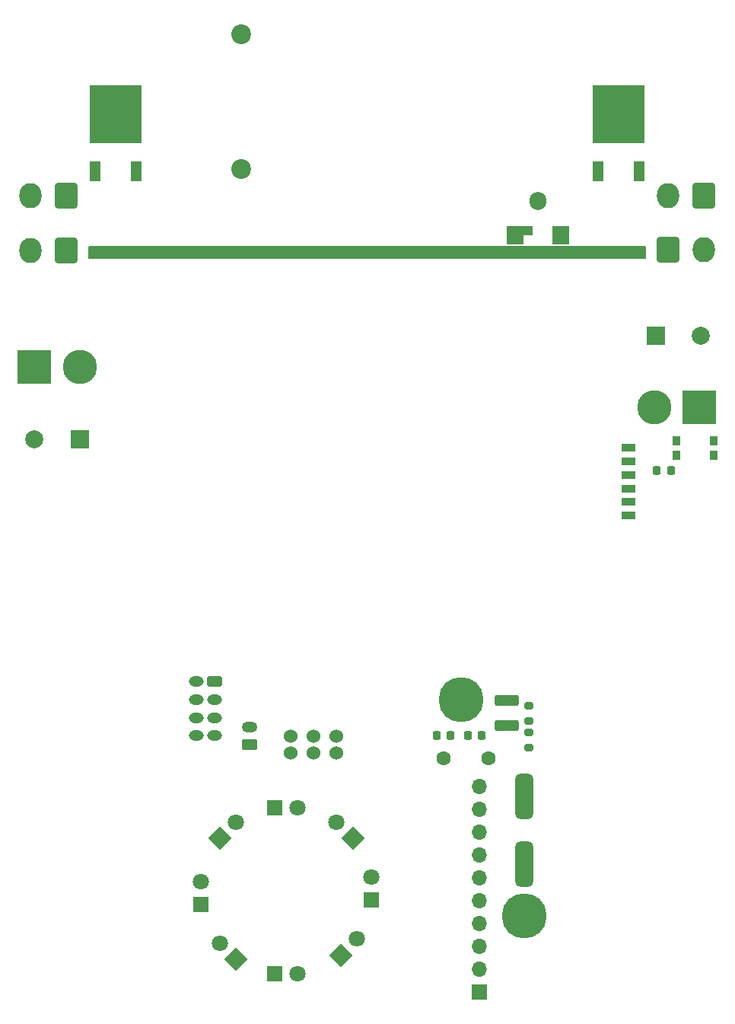
<source format=gbr>
G04 #@! TF.GenerationSoftware,KiCad,Pcbnew,(6.0.8)*
G04 #@! TF.CreationDate,2022-11-30T08:40:48+09:00*
G04 #@! TF.ProjectId,ORION_boost_v3,4f52494f-4e5f-4626-9f6f-73745f76332e,rev?*
G04 #@! TF.SameCoordinates,Original*
G04 #@! TF.FileFunction,Soldermask,Top*
G04 #@! TF.FilePolarity,Negative*
%FSLAX46Y46*%
G04 Gerber Fmt 4.6, Leading zero omitted, Abs format (unit mm)*
G04 Created by KiCad (PCBNEW (6.0.8)) date 2022-11-30 08:40:48*
%MOMM*%
%LPD*%
G01*
G04 APERTURE LIST*
G04 Aperture macros list*
%AMRoundRect*
0 Rectangle with rounded corners*
0 $1 Rounding radius*
0 $2 $3 $4 $5 $6 $7 $8 $9 X,Y pos of 4 corners*
0 Add a 4 corners polygon primitive as box body*
4,1,4,$2,$3,$4,$5,$6,$7,$8,$9,$2,$3,0*
0 Add four circle primitives for the rounded corners*
1,1,$1+$1,$2,$3*
1,1,$1+$1,$4,$5*
1,1,$1+$1,$6,$7*
1,1,$1+$1,$8,$9*
0 Add four rect primitives between the rounded corners*
20,1,$1+$1,$2,$3,$4,$5,0*
20,1,$1+$1,$4,$5,$6,$7,0*
20,1,$1+$1,$6,$7,$8,$9,0*
20,1,$1+$1,$8,$9,$2,$3,0*%
%AMRotRect*
0 Rectangle, with rotation*
0 The origin of the aperture is its center*
0 $1 length*
0 $2 width*
0 $3 Rotation angle, in degrees counterclockwise*
0 Add horizontal line*
21,1,$1,$2,0,0,$3*%
G04 Aperture macros list end*
%ADD10RoundRect,0.250000X-0.980000X-1.150000X0.980000X-1.150000X0.980000X1.150000X-0.980000X1.150000X0*%
%ADD11O,2.460000X2.800000*%
%ADD12R,3.800000X3.800000*%
%ADD13C,3.800000*%
%ADD14C,1.524000*%
%ADD15RoundRect,0.250000X-0.575000X0.350000X-0.575000X-0.350000X0.575000X-0.350000X0.575000X0.350000X0*%
%ADD16O,1.650000X1.200000*%
%ADD17R,5.800000X6.400000*%
%ADD18R,1.200000X2.200000*%
%ADD19RoundRect,0.200000X-0.275000X0.200000X-0.275000X-0.200000X0.275000X-0.200000X0.275000X0.200000X0*%
%ADD20C,1.600000*%
%ADD21R,1.700000X1.700000*%
%ADD22O,1.700000X1.700000*%
%ADD23RoundRect,0.250000X1.075000X-0.375000X1.075000X0.375000X-1.075000X0.375000X-1.075000X-0.375000X0*%
%ADD24C,5.000000*%
%ADD25RoundRect,0.218750X0.218750X0.256250X-0.218750X0.256250X-0.218750X-0.256250X0.218750X-0.256250X0*%
%ADD26RoundRect,0.218750X-0.218750X-0.256250X0.218750X-0.256250X0.218750X0.256250X-0.218750X0.256250X0*%
%ADD27RoundRect,0.500000X-0.500000X2.000000X-0.500000X-2.000000X0.500000X-2.000000X0.500000X2.000000X0*%
%ADD28R,2.000000X2.000000*%
%ADD29C,2.000000*%
%ADD30RoundRect,0.250000X0.980000X1.150000X-0.980000X1.150000X-0.980000X-1.150000X0.980000X-1.150000X0*%
%ADD31RoundRect,0.225000X0.575000X-0.225000X0.575000X0.225000X-0.575000X0.225000X-0.575000X-0.225000X0*%
%ADD32RoundRect,0.250000X0.625000X-0.350000X0.625000X0.350000X-0.625000X0.350000X-0.625000X-0.350000X0*%
%ADD33O,1.750000X1.200000*%
%ADD34R,0.900000X1.000000*%
%ADD35RotRect,1.800000X1.800000X45.000000*%
%ADD36C,1.800000*%
%ADD37R,1.800000X1.800000*%
%ADD38R,1.905000X2.000000*%
%ADD39O,1.905000X2.000000*%
%ADD40R,1.000000X1.000000*%
%ADD41C,2.200000*%
%ADD42RotRect,1.800000X1.800000X135.000000*%
G04 APERTURE END LIST*
D10*
X158520000Y-74950000D03*
D11*
X162480000Y-74950000D03*
D12*
X88000000Y-88000000D03*
D13*
X93000000Y-88000000D03*
D14*
X121540000Y-130951000D03*
X119000000Y-130951000D03*
X116460000Y-130951000D03*
D15*
X108000000Y-123000000D03*
D16*
X106000000Y-123000000D03*
X108000000Y-125000000D03*
X106000000Y-125000000D03*
X108000000Y-127000000D03*
X106000000Y-127000000D03*
X108000000Y-129000000D03*
X106000000Y-129000000D03*
D17*
X153000000Y-59900000D03*
D18*
X155280000Y-66200000D03*
X150720000Y-66200000D03*
D19*
X143000000Y-125675000D03*
X143000000Y-127325000D03*
X143000000Y-128675000D03*
X143000000Y-130325000D03*
D20*
X133500000Y-131500000D03*
X138500000Y-131500000D03*
D21*
X137500000Y-157500000D03*
D22*
X137500000Y-154960000D03*
X137500000Y-152420000D03*
X137500000Y-149880000D03*
X137500000Y-147340000D03*
X137500000Y-144800000D03*
X137500000Y-142260000D03*
X137500000Y-139720000D03*
X137500000Y-137180000D03*
X137500000Y-134640000D03*
D23*
X140500000Y-127900000D03*
X140500000Y-125100000D03*
D24*
X142500000Y-149000000D03*
D25*
X137787500Y-129000000D03*
X136212500Y-129000000D03*
D12*
X162000000Y-92500000D03*
D13*
X157000000Y-92500000D03*
D26*
X157212500Y-99500000D03*
X158787500Y-99500000D03*
D27*
X142500000Y-135750000D03*
X142500000Y-143250000D03*
D26*
X132712500Y-129000000D03*
X134287500Y-129000000D03*
D24*
X135500000Y-125000000D03*
D28*
X157132323Y-84500000D03*
D29*
X162132323Y-84500000D03*
D30*
X91480000Y-75050000D03*
D11*
X87520000Y-75050000D03*
D28*
X93000000Y-96000000D03*
D29*
X88000000Y-96000000D03*
D17*
X97000000Y-59900000D03*
D18*
X99280000Y-66200000D03*
X94720000Y-66200000D03*
D31*
X154050000Y-104500000D03*
X154050000Y-103000000D03*
X154050000Y-101500000D03*
X154050000Y-100000000D03*
X154050000Y-98500000D03*
X154050000Y-97000000D03*
D14*
X116460000Y-129049000D03*
X119000000Y-129049000D03*
X121540000Y-129049000D03*
D32*
X111950000Y-130000000D03*
D33*
X111950000Y-128000000D03*
D34*
X163550000Y-96200000D03*
X159450000Y-96200000D03*
X163550000Y-97800000D03*
X159450000Y-97800000D03*
D35*
X108598439Y-140401561D03*
D36*
X110394490Y-138605510D03*
D30*
X91480000Y-68950000D03*
D11*
X87520000Y-68950000D03*
D37*
X106500000Y-147775000D03*
D36*
X106500000Y-145235000D03*
D35*
X122098439Y-153401561D03*
D36*
X123894490Y-151605510D03*
D38*
X146540000Y-73310000D03*
D39*
X144000000Y-69500000D03*
D38*
X141460000Y-73310000D03*
D40*
X142882400Y-72802000D03*
D37*
X114725000Y-137000000D03*
D36*
X117265000Y-137000000D03*
D37*
X125500000Y-147275000D03*
D36*
X125500000Y-144735000D03*
D41*
X111000000Y-51000000D03*
X111000000Y-66000000D03*
D30*
X162480000Y-68950000D03*
D11*
X158520000Y-68950000D03*
D42*
X123401561Y-140401561D03*
D36*
X121605510Y-138605510D03*
D42*
X110401561Y-153901561D03*
D36*
X108605510Y-152105510D03*
D37*
X114725000Y-155500000D03*
D36*
X117265000Y-155500000D03*
G36*
X155942121Y-74520002D02*
G01*
X155988614Y-74573658D01*
X156000000Y-74626000D01*
X156000000Y-75874000D01*
X155979998Y-75942121D01*
X155926342Y-75988614D01*
X155874000Y-76000000D01*
X94126000Y-76000000D01*
X94057879Y-75979998D01*
X94011386Y-75926342D01*
X94000000Y-75874000D01*
X94000000Y-74626000D01*
X94020002Y-74557879D01*
X94073658Y-74511386D01*
X94126000Y-74500000D01*
X155874000Y-74500000D01*
X155942121Y-74520002D01*
G37*
M02*

</source>
